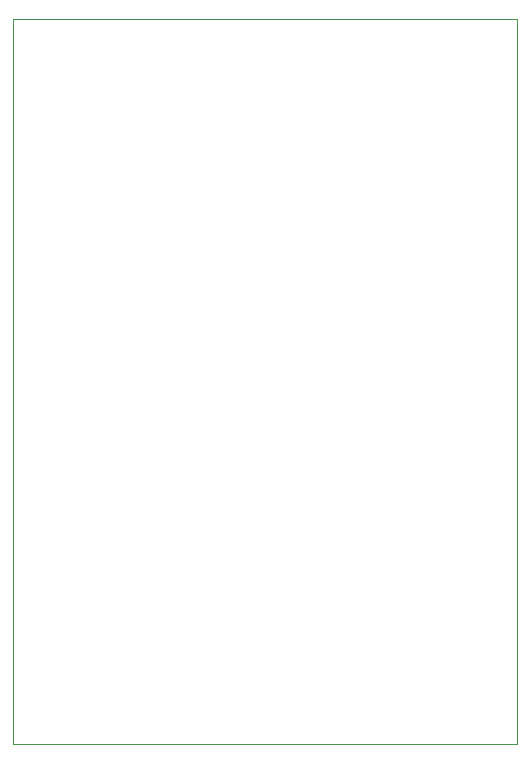
<source format=gbr>
G04 #@! TF.FileFunction,Profile,NP*
%FSLAX46Y46*%
G04 Gerber Fmt 4.6, Leading zero omitted, Abs format (unit mm)*
G04 Created by KiCad (PCBNEW (2015-01-29 BZR 5396)-product) date 2/25/2015 1:18:36 AM*
%MOMM*%
G01*
G04 APERTURE LIST*
%ADD10C,0.100000*%
G04 APERTURE END LIST*
D10*
X192024000Y-67564000D02*
X149352000Y-67564000D01*
X192024000Y-129000000D02*
X192024000Y-67564000D01*
X149352000Y-129000000D02*
X192024000Y-129000000D01*
X149352000Y-67564000D02*
X149352000Y-129000000D01*
M02*

</source>
